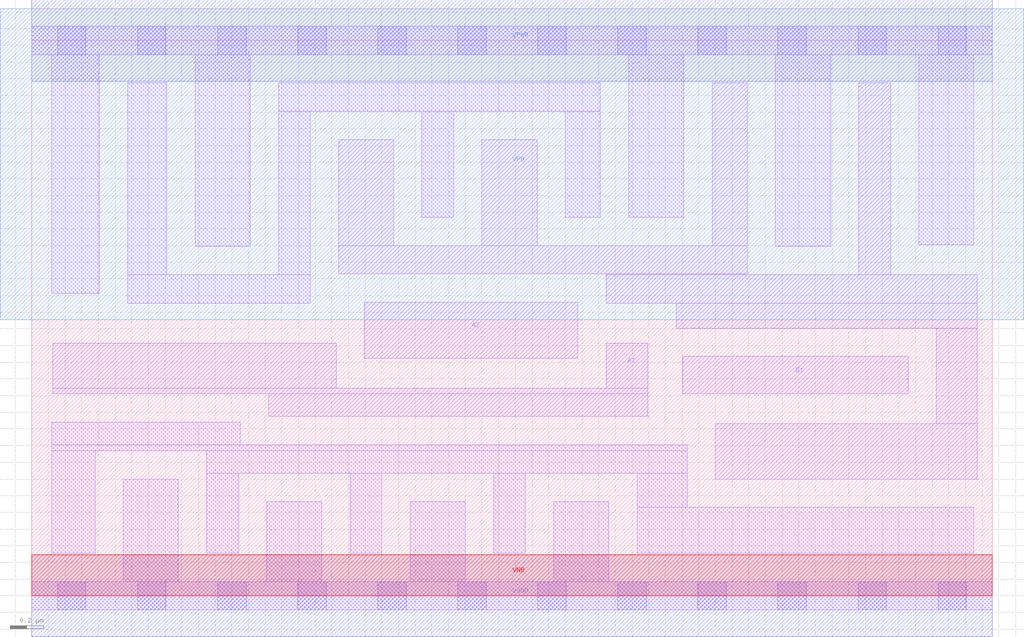
<source format=lef>
# Copyright 2020 The SkyWater PDK Authors
#
# Licensed under the Apache License, Version 2.0 (the "License");
# you may not use this file except in compliance with the License.
# You may obtain a copy of the License at
#
#     https://www.apache.org/licenses/LICENSE-2.0
#
# Unless required by applicable law or agreed to in writing, software
# distributed under the License is distributed on an "AS IS" BASIS,
# WITHOUT WARRANTIES OR CONDITIONS OF ANY KIND, either express or implied.
# See the License for the specific language governing permissions and
# limitations under the License.
#
# SPDX-License-Identifier: Apache-2.0

VERSION 5.7 ;
  NOWIREEXTENSIONATPIN ON ;
  DIVIDERCHAR "/" ;
  BUSBITCHARS "[]" ;
MACRO sky130_fd_sc_lp__o21ai_4
  CLASS CORE ;
  FOREIGN sky130_fd_sc_lp__o21ai_4 ;
  ORIGIN  0.000000  0.000000 ;
  SIZE  5.760000 BY  3.330000 ;
  SYMMETRY X Y R90 ;
  SITE unit ;
  PIN A1
    ANTENNAGATEAREA  1.260000 ;
    DIRECTION INPUT ;
    USE SIGNAL ;
    PORT
      LAYER li1 ;
        RECT 0.125000 1.210000 3.695000 1.245000 ;
        RECT 0.125000 1.245000 1.825000 1.515000 ;
        RECT 1.420000 1.075000 3.695000 1.210000 ;
        RECT 3.445000 1.245000 3.695000 1.515000 ;
    END
  END A1
  PIN A2
    ANTENNAGATEAREA  1.260000 ;
    DIRECTION INPUT ;
    USE SIGNAL ;
    PORT
      LAYER li1 ;
        RECT 1.995000 1.425000 3.275000 1.760000 ;
    END
  END A2
  PIN B1
    ANTENNAGATEAREA  1.260000 ;
    DIRECTION INPUT ;
    USE SIGNAL ;
    PORT
      LAYER li1 ;
        RECT 3.905000 1.210000 5.255000 1.435000 ;
    END
  END B1
  PIN Y
    ANTENNADIFFAREA  1.881600 ;
    DIRECTION OUTPUT ;
    USE SIGNAL ;
    PORT
      LAYER li1 ;
        RECT 1.840000 1.930000 4.290000 2.100000 ;
        RECT 1.840000 2.100000 2.170000 2.735000 ;
        RECT 2.700000 2.100000 3.030000 2.735000 ;
        RECT 3.445000 1.755000 5.670000 1.925000 ;
        RECT 3.445000 1.925000 4.290000 1.930000 ;
        RECT 3.865000 1.605000 5.670000 1.755000 ;
        RECT 4.080000 2.100000 4.290000 3.075000 ;
        RECT 4.100000 0.700000 5.670000 1.030000 ;
        RECT 4.960000 1.925000 5.150000 3.075000 ;
        RECT 5.425000 1.030000 5.670000 1.605000 ;
    END
  END Y
  PIN VGND
    DIRECTION INOUT ;
    USE GROUND ;
    PORT
      LAYER met1 ;
        RECT 0.000000 -0.245000 5.760000 0.245000 ;
    END
  END VGND
  PIN VNB
    DIRECTION INOUT ;
    USE GROUND ;
    PORT
      LAYER pwell ;
        RECT 0.000000 0.000000 5.760000 0.245000 ;
    END
  END VNB
  PIN VPB
    DIRECTION INOUT ;
    USE POWER ;
    PORT
      LAYER nwell ;
        RECT -0.190000 1.655000 5.950000 3.520000 ;
    END
  END VPB
  PIN VPWR
    DIRECTION INOUT ;
    USE POWER ;
    PORT
      LAYER met1 ;
        RECT 0.000000 3.085000 5.760000 3.575000 ;
    END
  END VPWR
  OBS
    LAYER li1 ;
      RECT 0.000000 -0.085000 5.760000 0.085000 ;
      RECT 0.000000  3.245000 5.760000 3.415000 ;
      RECT 0.120000  0.255000 0.380000 0.870000 ;
      RECT 0.120000  0.870000 3.930000 0.905000 ;
      RECT 0.120000  0.905000 1.250000 1.040000 ;
      RECT 0.120000  1.815000 0.405000 3.245000 ;
      RECT 0.550000  0.085000 0.880000 0.700000 ;
      RECT 0.575000  1.755000 1.670000 1.925000 ;
      RECT 0.575000  1.925000 0.810000 3.075000 ;
      RECT 0.980000  2.095000 1.310000 3.245000 ;
      RECT 1.050000  0.255000 1.240000 0.735000 ;
      RECT 1.050000  0.735000 3.930000 0.870000 ;
      RECT 1.410000  0.085000 1.740000 0.565000 ;
      RECT 1.480000  1.925000 1.670000 2.905000 ;
      RECT 1.480000  2.905000 3.410000 3.075000 ;
      RECT 1.910000  0.255000 2.100000 0.735000 ;
      RECT 2.270000  0.085000 2.600000 0.565000 ;
      RECT 2.340000  2.270000 2.530000 2.905000 ;
      RECT 2.770000  0.255000 2.960000 0.735000 ;
      RECT 3.130000  0.085000 3.460000 0.565000 ;
      RECT 3.200000  2.270000 3.410000 2.905000 ;
      RECT 3.580000  2.270000 3.910000 3.245000 ;
      RECT 3.630000  0.255000 5.650000 0.530000 ;
      RECT 3.630000  0.530000 3.930000 0.735000 ;
      RECT 4.460000  2.095000 4.790000 3.245000 ;
      RECT 5.320000  2.105000 5.650000 3.245000 ;
    LAYER mcon ;
      RECT 0.155000 -0.085000 0.325000 0.085000 ;
      RECT 0.155000  3.245000 0.325000 3.415000 ;
      RECT 0.635000 -0.085000 0.805000 0.085000 ;
      RECT 0.635000  3.245000 0.805000 3.415000 ;
      RECT 1.115000 -0.085000 1.285000 0.085000 ;
      RECT 1.115000  3.245000 1.285000 3.415000 ;
      RECT 1.595000 -0.085000 1.765000 0.085000 ;
      RECT 1.595000  3.245000 1.765000 3.415000 ;
      RECT 2.075000 -0.085000 2.245000 0.085000 ;
      RECT 2.075000  3.245000 2.245000 3.415000 ;
      RECT 2.555000 -0.085000 2.725000 0.085000 ;
      RECT 2.555000  3.245000 2.725000 3.415000 ;
      RECT 3.035000 -0.085000 3.205000 0.085000 ;
      RECT 3.035000  3.245000 3.205000 3.415000 ;
      RECT 3.515000 -0.085000 3.685000 0.085000 ;
      RECT 3.515000  3.245000 3.685000 3.415000 ;
      RECT 3.995000 -0.085000 4.165000 0.085000 ;
      RECT 3.995000  3.245000 4.165000 3.415000 ;
      RECT 4.475000 -0.085000 4.645000 0.085000 ;
      RECT 4.475000  3.245000 4.645000 3.415000 ;
      RECT 4.955000 -0.085000 5.125000 0.085000 ;
      RECT 4.955000  3.245000 5.125000 3.415000 ;
      RECT 5.435000 -0.085000 5.605000 0.085000 ;
      RECT 5.435000  3.245000 5.605000 3.415000 ;
  END
END sky130_fd_sc_lp__o21ai_4
END LIBRARY

</source>
